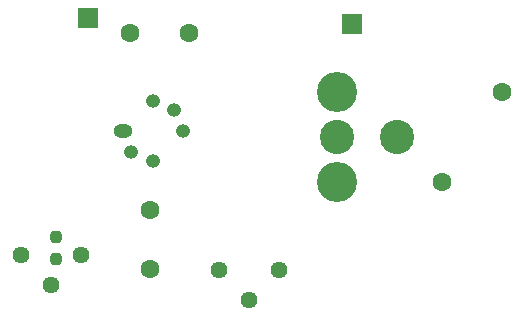
<source format=gbr>
%TF.GenerationSoftware,KiCad,Pcbnew,8.0.5*%
%TF.CreationDate,2024-10-12T09:30:04-04:00*%
%TF.ProjectId,preamp,70726561-6d70-42e6-9b69-6361645f7063,rev?*%
%TF.SameCoordinates,Original*%
%TF.FileFunction,Soldermask,Bot*%
%TF.FilePolarity,Negative*%
%FSLAX46Y46*%
G04 Gerber Fmt 4.6, Leading zero omitted, Abs format (unit mm)*
G04 Created by KiCad (PCBNEW 8.0.5) date 2024-10-12 09:30:04*
%MOMM*%
%LPD*%
G01*
G04 APERTURE LIST*
G04 Aperture macros list*
%AMRoundRect*
0 Rectangle with rounded corners*
0 $1 Rounding radius*
0 $2 $3 $4 $5 $6 $7 $8 $9 X,Y pos of 4 corners*
0 Add a 4 corners polygon primitive as box body*
4,1,4,$2,$3,$4,$5,$6,$7,$8,$9,$2,$3,0*
0 Add four circle primitives for the rounded corners*
1,1,$1+$1,$2,$3*
1,1,$1+$1,$4,$5*
1,1,$1+$1,$6,$7*
1,1,$1+$1,$8,$9*
0 Add four rect primitives between the rounded corners*
20,1,$1+$1,$2,$3,$4,$5,0*
20,1,$1+$1,$4,$5,$6,$7,0*
20,1,$1+$1,$6,$7,$8,$9,0*
20,1,$1+$1,$8,$9,$2,$3,0*%
G04 Aperture macros list end*
%ADD10C,1.600000*%
%ADD11C,3.400000*%
%ADD12C,2.900000*%
%ADD13R,1.700000X1.700000*%
%ADD14C,1.440000*%
%ADD15O,1.600000X1.200000*%
%ADD16O,1.200000X1.200000*%
%ADD17RoundRect,0.237500X0.237500X-0.250000X0.237500X0.250000X-0.237500X0.250000X-0.237500X-0.250000X0*%
G04 APERTURE END LIST*
D10*
%TO.C,C4*%
X108200000Y-75600000D03*
X103200000Y-75600000D03*
%TD*%
%TO.C,J1*%
X129590000Y-88210000D03*
X134670000Y-80590000D03*
D11*
X120700000Y-88210000D03*
X120700000Y-80590000D03*
D12*
X120700000Y-84400000D03*
X125780000Y-84400000D03*
%TD*%
D13*
%TO.C,TP2*%
X99600000Y-74350000D03*
%TD*%
D14*
%TO.C,RV2*%
X110700000Y-95700000D03*
X113240000Y-98240000D03*
X115780000Y-95700000D03*
%TD*%
D10*
%TO.C,C2*%
X104850000Y-95650000D03*
X104850000Y-90650000D03*
%TD*%
D15*
%TO.C,Q2*%
X102560000Y-83950000D03*
D16*
X103303949Y-85746051D03*
X105100000Y-86490000D03*
X107640000Y-83950000D03*
X106896051Y-82153949D03*
X105100000Y-81410000D03*
%TD*%
D13*
%TO.C,TP1*%
X122000000Y-74850000D03*
%TD*%
D14*
%TO.C,RV1*%
X93950000Y-94450000D03*
X96490000Y-96990000D03*
X99030000Y-94450000D03*
%TD*%
D17*
%TO.C,C3*%
X96900000Y-94762500D03*
X96900000Y-92937500D03*
%TD*%
M02*

</source>
